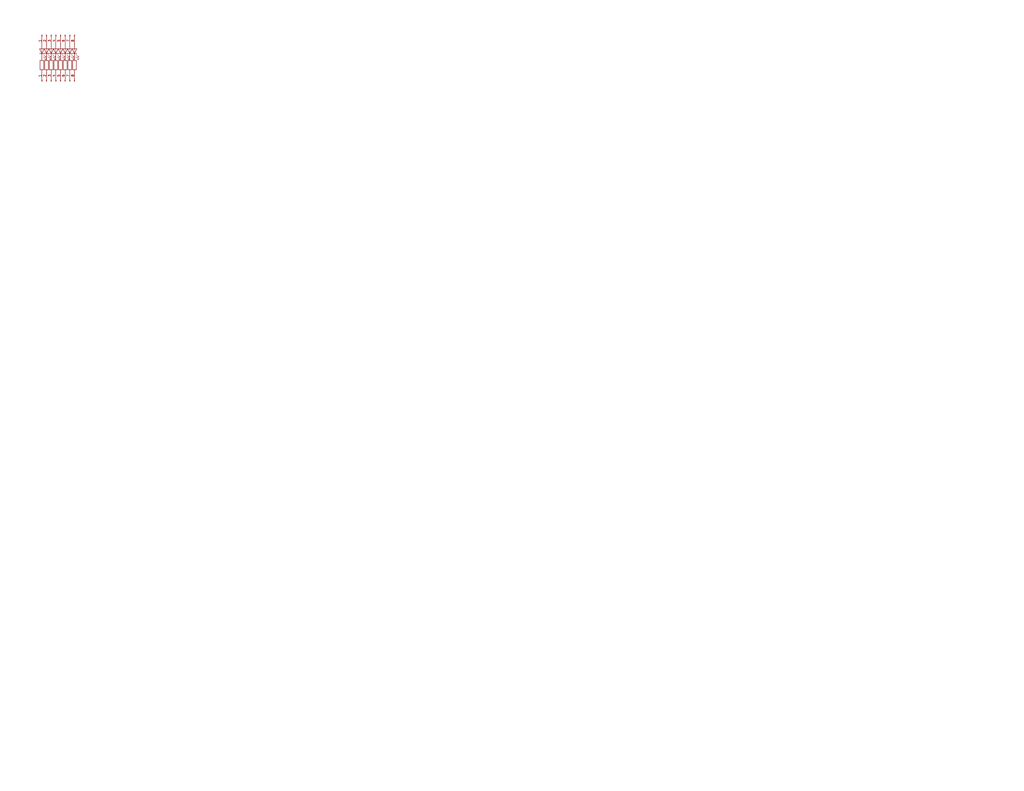
<source format=kicad_sch>
(kicad_sch (version 20230121) (generator eeschema)
  (paper "C")
  (title_block (title "<pcb-module>") (date "2022-10-29") (rev "1.0") (company "16-Bit Computer From Scratch") (comment 1 "Adam Clark (@eryjus)"))
  (lib_symbols
    (symbol "Connector:Conn_01x08_Pin" (pin_names (offset 1.016) hide)
      (property "Reference" "J" (at 0 10.16 0))
      (property "Value" "Conn_01x08_Pin" (at 0 -12.7 0))
      (symbol "Conn_01x08_Pin_1_1"
        (polyline (pts (xy 1.27 -10.16) (xy 0.8636 -10.16)) (stroke (width 0.1524)))
        (polyline (pts (xy 1.27 -7.62) (xy 0.8636 -7.62)) (stroke (width 0.1524)))
        (polyline (pts (xy 1.27 -5.08) (xy 0.8636 -5.08)) (stroke (width 0.1524)))
        (polyline (pts (xy 1.27 -2.54) (xy 0.8636 -2.54)) (stroke (width 0.1524)))
        (polyline (pts (xy 1.27 0) (xy 0.8636 0)) (stroke (width 0.1524)))
        (polyline (pts (xy 1.27 2.54) (xy 0.8636 2.54)) (stroke (width 0.1524)))
        (polyline (pts (xy 1.27 5.08) (xy 0.8636 5.08)) (stroke (width 0.1524)))
        (polyline (pts (xy 1.27 7.62) (xy 0.8636 7.62)) (stroke (width 0.1524)))
        (rectangle (start 0.8636 -10.033) (end 0 -10.287) (stroke (width 0.1524)) (fill (type outline)))
        (rectangle (start 0.8636 -7.493) (end 0 -7.747) (stroke (width 0.1524)) (fill (type outline)))
        (rectangle (start 0.8636 -4.953) (end 0 -5.207) (stroke (width 0.1524)) (fill (type outline)))
        (rectangle (start 0.8636 -2.413) (end 0 -2.667) (stroke (width 0.1524)) (fill (type outline)))
        (rectangle (start 0.8636 0.127) (end 0 -0.127) (stroke (width 0.1524)) (fill (type outline)))
        (rectangle (start 0.8636 2.667) (end 0 2.413) (stroke (width 0.1524)) (fill (type outline)))
        (rectangle (start 0.8636 5.207) (end 0 4.953) (stroke (width 0.1524)) (fill (type outline)))
        (rectangle (start 0.8636 7.747) (end 0 7.493) (stroke (width 0.1524)) (fill (type outline)))
        (pin passive line (at 5.08 7.62 180) (length 3.81) (name "Pin_1") (number "1"))
        (pin passive line (at 5.08 5.08 180) (length 3.81) (name "Pin_2") (number "2"))
        (pin passive line (at 5.08 2.54 180) (length 3.81) (name "Pin_3") (number "3"))
        (pin passive line (at 5.08 0 180) (length 3.81) (name "Pin_4") (number "4"))
        (pin passive line (at 5.08 -2.54 180) (length 3.81) (name "Pin_5") (number "5"))
        (pin passive line (at 5.08 -5.08 180) (length 3.81) (name "Pin_6") (number "6"))
        (pin passive line (at 5.08 -7.62 180) (length 3.81) (name "Pin_7") (number "7"))
        (pin passive line (at 5.08 -10.16 180) (length 3.81) (name "Pin_8") (number "8"))
      )
    )
    (symbol "Device:LED" (pin_numbers hide) (pin_names (offset 1.016) hide)
      (property "Reference" "D" (at 0 2.54 0))
      (property "Value" "LED" (at 0 -2.54 0))
      (symbol "LED_0_1"
        (polyline (pts (xy -1.27 -1.27) (xy -1.27 1.27)) (stroke (width 0.254)))
        (polyline (pts (xy -1.27 0) (xy 1.27 0)))
        (polyline (pts (xy 1.27 -1.27) (xy 1.27 1.27) (xy -1.27 0) (xy 1.27 -1.27)) (stroke (width 0.254)))
        (polyline (pts (xy -3.048 -0.762) (xy -4.572 -2.286) (xy -3.81 -2.286) (xy -4.572 -2.286) (xy -4.572 -1.524)))
        (polyline (pts (xy -1.778 -0.762) (xy -3.302 -2.286) (xy -2.54 -2.286) (xy -3.302 -2.286) (xy -3.302 -1.524)))
      )
      (symbol "LED_1_1"
        (pin passive line (at -3.81 0 0) (length 2.54) (name "K") (number "1"))
        (pin passive line (at 3.81 0 180) (length 2.54) (name "A") (number "2"))
      )
    )
    (symbol "Device:R" (pin_numbers hide) (pin_names (offset 0))
      (property "Reference" "R" (at 2.032 0 90))
      (property "Value" "R" (at 0 0 90))
      (symbol "R_0_1"
        (rectangle (start -1.016 -2.54) (end 1.016 2.54) (stroke (width 0.254)))
      )
      (symbol "R_1_1"
        (pin passive line (at 0 3.81 270) (length 1.27) (name "~") (number "1"))
        (pin passive line (at 0 -3.81 90) (length 1.27) (name "~") (number "2"))
      )
    )
  )
  (symbol (lib_id "Device:R") (at 30.48 35.56 0) (unit 1)
    (property "Reference" "R4" (effects hide))
    (property "Value" "R" (effects hide))
    (property "Footprint" "Resistor_SMD:R_1206_3216Metric_Pad1.30x1.75mm_HandSolder" (effects hide))
  )
  (symbol (lib_id "Device:LED") (at 38.1 27.94 90) (unit 1)
    (property "Reference" "D7" (effects hide))
    (property "Value" "LED" (effects hide))
    (property "Footprint" "LED_SMD:LED_1206_3216Metric_Pad1.42x1.75mm_HandSolder" (effects hide))
  )
  (symbol (lib_id "Device:R") (at 35.56 35.56 0) (unit 1)
    (property "Reference" "R6" (effects hide))
    (property "Value" "R" (effects hide))
    (property "Footprint" "Resistor_SMD:R_1206_3216Metric_Pad1.30x1.75mm_HandSolder" (effects hide))
  )
  (symbol (lib_id "Connector:Conn_01x08_Pin") (at 30.48 44.45 90) (unit 1)
    (property "Reference" "J2" (effects hide))
    (property "Value" "Conn_01x16_Pin" (effects hide))
    (property "Footprint" "Connector_PinHeader_2.54mm:PinHeader_1x08_P2.54mm_Vertical" (effects hide))
  )
  (symbol (lib_id "Device:LED") (at 33.02 27.94 90) (unit 1)
    (property "Reference" "D5" (effects hide))
    (property "Value" "LED" (effects hide))
    (property "Footprint" "LED_SMD:LED_1206_3216Metric_Pad1.42x1.75mm_HandSolder" (effects hide))
  )
  (symbol (lib_id "Device:LED") (at 40.64 27.94 90) (unit 1)
    (property "Reference" "D8" (effects hide))
    (property "Value" "LED" (effects hide))
    (property "Footprint" "LED_SMD:LED_1206_3216Metric_Pad1.42x1.75mm_HandSolder" (effects hide))
  )
  (symbol (lib_id "Device:LED") (at 30.48 27.94 90) (unit 1)
    (property "Reference" "D4" (effects hide))
    (property "Value" "LED" (effects hide))
    (property "Footprint" "LED_SMD:LED_1206_3216Metric_Pad1.42x1.75mm_HandSolder" (effects hide))
  )
  (symbol (lib_id "Connector:Conn_01x08_Pin") (at 30.48 19.05 90) (mirror x) (unit 1)
    (property "Reference" "J1" (effects hide))
    (property "Value" "Conn_01x16_Pin" (effects hide))
    (property "Footprint" "Connector_PinHeader_2.54mm:PinHeader_1x08_P2.54mm_Vertical" (effects hide))
  )
  (symbol (lib_id "Device:LED") (at 27.94 27.94 90) (unit 1)
    (property "Reference" "D3" (effects hide))
    (property "Value" "LED" (effects hide))
    (property "Footprint" "LED_SMD:LED_1206_3216Metric_Pad1.42x1.75mm_HandSolder" (effects hide))
  )
  (symbol (lib_id "Device:LED") (at 25.4 27.94 90) (unit 1)
    (property "Reference" "D2" (effects hide))
    (property "Value" "LED" (effects hide))
    (property "Footprint" "LED_SMD:LED_1206_3216Metric_Pad1.42x1.75mm_HandSolder" (effects hide))
  )
  (symbol (lib_id "Device:R") (at 25.4 35.56 0) (unit 1)
    (property "Reference" "R2" (effects hide))
    (property "Value" "R" (effects hide))
    (property "Footprint" "Resistor_SMD:R_1206_3216Metric_Pad1.30x1.75mm_HandSolder" (effects hide))
  )
  (symbol (lib_id "Device:R") (at 27.94 35.56 0) (unit 1)
    (property "Reference" "R3" (effects hide))
    (property "Value" "R" (effects hide))
    (property "Footprint" "Resistor_SMD:R_1206_3216Metric_Pad1.30x1.75mm_HandSolder" (effects hide))
  )
  (symbol (lib_id "Device:LED") (at 35.56 27.94 90) (unit 1)
    (property "Reference" "D6" (effects hide))
    (property "Value" "LED" (effects hide))
    (property "Footprint" "LED_SMD:LED_1206_3216Metric_Pad1.42x1.75mm_HandSolder" (effects hide))
  )
  (symbol (lib_id "Device:R") (at 33.02 35.56 0) (unit 1)
    (property "Reference" "R5" (effects hide))
    (property "Value" "R" (effects hide))
    (property "Footprint" "Resistor_SMD:R_1206_3216Metric_Pad1.30x1.75mm_HandSolder" (effects hide))
  )
  (symbol (lib_id "Device:R") (at 22.86 35.56 0) (unit 1)
    (property "Reference" "R1" (effects hide))
    (property "Value" "R" (effects hide))
    (property "Footprint" "Resistor_SMD:R_1206_3216Metric_Pad1.30x1.75mm_HandSolder" (effects hide))
  )
  (symbol (lib_id "Device:R") (at 38.1 35.56 0) (unit 1)
    (property "Reference" "R7" (effects hide))
    (property "Value" "R" (effects hide))
    (property "Footprint" "Resistor_SMD:R_1206_3216Metric_Pad1.30x1.75mm_HandSolder" (effects hide))
  )
  (symbol (lib_id "Device:R") (at 40.64 35.56 0) (unit 1)
    (property "Reference" "R8" (effects hide))
    (property "Value" "R" (effects hide))
    (property "Footprint" "Resistor_SMD:R_1206_3216Metric_Pad1.30x1.75mm_HandSolder" (effects hide))
  )
  (symbol (lib_id "Device:LED") (at 22.86 27.94 90) (unit 1)
    (property "Reference" "D1" (effects hide))
    (property "Value" "LED" (effects hide))
    (property "Footprint" "LED_SMD:LED_1206_3216Metric_Pad1.42x1.75mm_HandSolder" (effects hide))
  )
)
</source>
